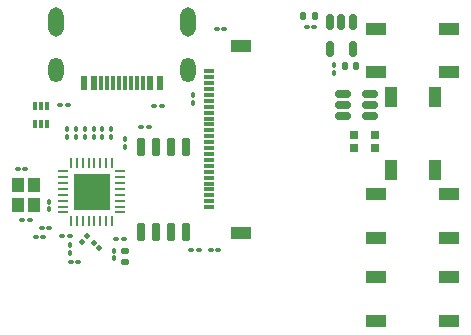
<source format=gbr>
%TF.GenerationSoftware,KiCad,Pcbnew,7.0.7*%
%TF.CreationDate,2023-12-08T19:41:31-05:00*%
%TF.ProjectId,pixie-rev-4,70697869-652d-4726-9576-2d342e6b6963,rev?*%
%TF.SameCoordinates,Original*%
%TF.FileFunction,Soldermask,Top*%
%TF.FilePolarity,Negative*%
%FSLAX46Y46*%
G04 Gerber Fmt 4.6, Leading zero omitted, Abs format (unit mm)*
G04 Created by KiCad (PCBNEW 7.0.7) date 2023-12-08 19:41:31*
%MOMM*%
%LPD*%
G01*
G04 APERTURE LIST*
G04 Aperture macros list*
%AMRoundRect*
0 Rectangle with rounded corners*
0 $1 Rounding radius*
0 $2 $3 $4 $5 $6 $7 $8 $9 X,Y pos of 4 corners*
0 Add a 4 corners polygon primitive as box body*
4,1,4,$2,$3,$4,$5,$6,$7,$8,$9,$2,$3,0*
0 Add four circle primitives for the rounded corners*
1,1,$1+$1,$2,$3*
1,1,$1+$1,$4,$5*
1,1,$1+$1,$6,$7*
1,1,$1+$1,$8,$9*
0 Add four rect primitives between the rounded corners*
20,1,$1+$1,$2,$3,$4,$5,0*
20,1,$1+$1,$4,$5,$6,$7,0*
20,1,$1+$1,$6,$7,$8,$9,0*
20,1,$1+$1,$8,$9,$2,$3,0*%
G04 Aperture macros list end*
%ADD10RoundRect,0.100000X-0.100000X0.130000X-0.100000X-0.130000X0.100000X-0.130000X0.100000X0.130000X0*%
%ADD11RoundRect,0.100000X0.130000X0.100000X-0.130000X0.100000X-0.130000X-0.100000X0.130000X-0.100000X0*%
%ADD12RoundRect,0.100000X-0.162635X0.021213X0.021213X-0.162635X0.162635X-0.021213X-0.021213X0.162635X0*%
%ADD13RoundRect,0.100000X0.021213X0.162635X-0.162635X-0.021213X-0.021213X-0.162635X0.162635X0.021213X0*%
%ADD14R,0.600000X1.160000*%
%ADD15R,0.300000X1.160000*%
%ADD16O,1.300000X2.100000*%
%ADD17O,1.300000X2.500000*%
%ADD18R,1.800000X1.100000*%
%ADD19RoundRect,0.100000X-0.130000X-0.100000X0.130000X-0.100000X0.130000X0.100000X-0.130000X0.100000X0*%
%ADD20RoundRect,0.140000X-0.170000X0.140000X-0.170000X-0.140000X0.170000X-0.140000X0.170000X0.140000X0*%
%ADD21R,0.900000X0.300000*%
%ADD22R,0.340000X0.700000*%
%ADD23RoundRect,0.062500X0.062500X-0.375000X0.062500X0.375000X-0.062500X0.375000X-0.062500X-0.375000X0*%
%ADD24RoundRect,0.062500X0.375000X-0.062500X0.375000X0.062500X-0.375000X0.062500X-0.375000X-0.062500X0*%
%ADD25R,3.100000X3.100000*%
%ADD26RoundRect,0.100000X0.100000X-0.130000X0.100000X0.130000X-0.100000X0.130000X-0.100000X-0.130000X0*%
%ADD27R,0.700000X0.700000*%
%ADD28RoundRect,0.140000X-0.140000X-0.170000X0.140000X-0.170000X0.140000X0.170000X-0.140000X0.170000X0*%
%ADD29RoundRect,0.150000X0.150000X-0.650000X0.150000X0.650000X-0.150000X0.650000X-0.150000X-0.650000X0*%
%ADD30RoundRect,0.140000X0.140000X0.170000X-0.140000X0.170000X-0.140000X-0.170000X0.140000X-0.170000X0*%
%ADD31RoundRect,0.150000X-0.150000X0.512500X-0.150000X-0.512500X0.150000X-0.512500X0.150000X0.512500X0*%
%ADD32R,1.100000X1.200000*%
%ADD33RoundRect,0.150000X-0.512500X-0.150000X0.512500X-0.150000X0.512500X0.150000X-0.512500X0.150000X0*%
%ADD34R,1.100000X1.800000*%
G04 APERTURE END LIST*
D10*
%TO.C,C309*%
X159700000Y-61425000D03*
X159700000Y-62065000D03*
%TD*%
D11*
%TO.C,C311*%
X160545000Y-60475000D03*
X159905000Y-60475000D03*
%TD*%
D12*
%TO.C,L302*%
X158000000Y-60800000D03*
X158452548Y-61252548D03*
%TD*%
D11*
%TO.C,C305*%
X152575000Y-58850000D03*
X151935000Y-58850000D03*
%TD*%
D13*
%TO.C,C307*%
X157426274Y-60223726D03*
X156973726Y-60676274D03*
%TD*%
D14*
%TO.C,J201*%
X163580000Y-47280000D03*
X162780000Y-47280000D03*
D15*
X161630000Y-47280000D03*
X160630000Y-47280000D03*
X160130000Y-47280000D03*
X159130000Y-47280000D03*
D14*
X157980000Y-47280000D03*
X157180000Y-47280000D03*
X157180000Y-47280000D03*
X157980000Y-47280000D03*
D15*
X158630000Y-47280000D03*
X159630000Y-47280000D03*
X161130000Y-47280000D03*
X162130000Y-47280000D03*
D14*
X162780000Y-47280000D03*
X163580000Y-47280000D03*
D16*
X165980000Y-46100000D03*
D17*
X166000000Y-42100000D03*
D16*
X154780000Y-46100000D03*
D17*
X154760000Y-42100000D03*
%TD*%
D18*
%TO.C,SW101*%
X181900000Y-42650000D03*
X181900000Y-46350000D03*
X188100000Y-42650000D03*
X188100000Y-46350000D03*
%TD*%
%TO.C,SW104*%
X181900000Y-63650000D03*
X181900000Y-67350000D03*
X188100000Y-63650000D03*
X188100000Y-67350000D03*
%TD*%
%TO.C,SW103*%
X181900000Y-56650000D03*
X181900000Y-60350000D03*
X188100000Y-56650000D03*
X188100000Y-60350000D03*
%TD*%
D11*
%TO.C,C308*%
X154225000Y-59525000D03*
X153585000Y-59525000D03*
%TD*%
D10*
%TO.C,R305*%
X155725000Y-51155000D03*
X155725000Y-51795000D03*
%TD*%
D19*
%TO.C,C303*%
X167890000Y-61400000D03*
X168530000Y-61400000D03*
%TD*%
D10*
%TO.C,C203*%
X178300000Y-45725000D03*
X178300000Y-46365000D03*
%TD*%
%TO.C,C401*%
X166400000Y-48285000D03*
X166400000Y-48925000D03*
%TD*%
D11*
%TO.C,R202*%
X163725000Y-49175000D03*
X163085000Y-49175000D03*
%TD*%
D20*
%TO.C,C313*%
X160625000Y-61450000D03*
X160625000Y-62410000D03*
%TD*%
D10*
%TO.C,R306*%
X159475000Y-51160000D03*
X159475000Y-51800000D03*
%TD*%
%TO.C,R307*%
X156475000Y-51160000D03*
X156475000Y-51800000D03*
%TD*%
D19*
%TO.C,R201*%
X155130000Y-49100000D03*
X155770000Y-49100000D03*
%TD*%
D10*
%TO.C,R303*%
X157975000Y-51160000D03*
X157975000Y-51800000D03*
%TD*%
D11*
%TO.C,C310*%
X153700000Y-60300000D03*
X153060000Y-60300000D03*
%TD*%
D21*
%TO.C,J401*%
X167750000Y-57750000D03*
X167750000Y-57250000D03*
X167750000Y-56750000D03*
X167750000Y-56250000D03*
X167750000Y-55750000D03*
X167750000Y-55250000D03*
X167750000Y-54750000D03*
X167750000Y-54250000D03*
X167750000Y-53750000D03*
X167750000Y-53250000D03*
X167750000Y-52750000D03*
X167750000Y-52250000D03*
X167750000Y-51750000D03*
X167750000Y-51250000D03*
X167750000Y-50750000D03*
X167750000Y-50250000D03*
X167750000Y-49750000D03*
X167750000Y-49250000D03*
X167750000Y-48750000D03*
X167750000Y-48250000D03*
X167750000Y-47750000D03*
X167750000Y-47250000D03*
X167750000Y-46750000D03*
X167750000Y-46250000D03*
D18*
X170450000Y-59900000D03*
X170450000Y-44100000D03*
%TD*%
D19*
%TO.C,C306*%
X162020000Y-50970000D03*
X162660000Y-50970000D03*
%TD*%
D10*
%TO.C,R304*%
X157225000Y-51160000D03*
X157225000Y-51800000D03*
%TD*%
%TO.C,R308*%
X158725000Y-51160000D03*
X158725000Y-51800000D03*
%TD*%
D19*
%TO.C,R401*%
X168410000Y-42650000D03*
X169050000Y-42650000D03*
%TD*%
D22*
%TO.C,U201*%
X153000000Y-50700000D03*
X153500000Y-50700000D03*
X154000000Y-50700000D03*
X154000000Y-49200000D03*
X153500000Y-49200000D03*
X153000000Y-49200000D03*
%TD*%
D23*
%TO.C,U302*%
X156050000Y-58887500D03*
X156550000Y-58887500D03*
X157050000Y-58887500D03*
X157550000Y-58887500D03*
X158050000Y-58887500D03*
X158550000Y-58887500D03*
X159050000Y-58887500D03*
X159550000Y-58887500D03*
D24*
X160237500Y-58200000D03*
X160237500Y-57700000D03*
X160237500Y-57200000D03*
X160237500Y-56700000D03*
X160237500Y-56200000D03*
X160237500Y-55700000D03*
X160237500Y-55200000D03*
X160237500Y-54700000D03*
D23*
X159550000Y-54012500D03*
X159050000Y-54012500D03*
X158550000Y-54012500D03*
X158050000Y-54012500D03*
X157550000Y-54012500D03*
X157050000Y-54012500D03*
X156550000Y-54012500D03*
X156050000Y-54012500D03*
D24*
X155362500Y-54700000D03*
X155362500Y-55200000D03*
X155362500Y-55700000D03*
X155362500Y-56200000D03*
X155362500Y-56700000D03*
X155362500Y-57200000D03*
X155362500Y-57700000D03*
X155362500Y-58200000D03*
D25*
X157800000Y-56450000D03*
%TD*%
D19*
%TO.C,C304*%
X156030000Y-62400000D03*
X156670000Y-62400000D03*
%TD*%
%TO.C,C302*%
X151535000Y-54550000D03*
X152175000Y-54550000D03*
%TD*%
D26*
%TO.C,C312*%
X160600000Y-52645000D03*
X160600000Y-52005000D03*
%TD*%
D27*
%TO.C,D401*%
X181810000Y-52750000D03*
X181810000Y-51650000D03*
X179980000Y-51650000D03*
X179980000Y-52750000D03*
%TD*%
D10*
%TO.C,L301*%
X156000000Y-60980000D03*
X156000000Y-61620000D03*
%TD*%
D28*
%TO.C,C204*%
X179220000Y-45800000D03*
X180180000Y-45800000D03*
%TD*%
D29*
%TO.C,U301*%
X161995000Y-59850000D03*
X163265000Y-59850000D03*
X164535000Y-59850000D03*
X165805000Y-59850000D03*
X165805000Y-52650000D03*
X164535000Y-52650000D03*
X163265000Y-52650000D03*
X161995000Y-52650000D03*
%TD*%
D30*
%TO.C,C201*%
X176700000Y-41600000D03*
X175740000Y-41600000D03*
%TD*%
D10*
%TO.C,R302*%
X154200000Y-57280000D03*
X154200000Y-57920000D03*
%TD*%
D31*
%TO.C,U202*%
X179908289Y-42062500D03*
X178958289Y-42062500D03*
X178008289Y-42062500D03*
X178008289Y-44337500D03*
X179908289Y-44337500D03*
%TD*%
D32*
%TO.C,Y301*%
X152950000Y-57550000D03*
X152950000Y-55850000D03*
X151550000Y-55850000D03*
X151550000Y-57550000D03*
%TD*%
D11*
%TO.C,C202*%
X176675000Y-42500000D03*
X176035000Y-42500000D03*
%TD*%
%TO.C,C301*%
X155975000Y-60200000D03*
X155335000Y-60200000D03*
%TD*%
D33*
%TO.C,U401*%
X179062500Y-48150000D03*
X179062500Y-49100000D03*
X179062500Y-50050000D03*
X181337500Y-50050000D03*
X181337500Y-49100000D03*
X181337500Y-48150000D03*
%TD*%
D11*
%TO.C,R301*%
X166890000Y-61400000D03*
X166250000Y-61400000D03*
%TD*%
D34*
%TO.C,SW102*%
X186850000Y-48400000D03*
X183150000Y-48400000D03*
X186850000Y-54600000D03*
X183150000Y-54600000D03*
%TD*%
M02*

</source>
